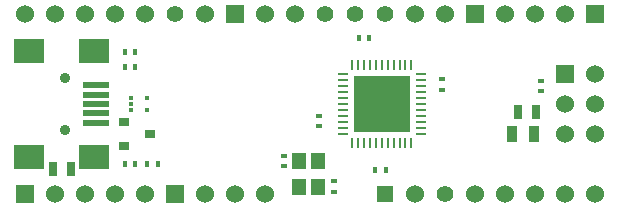
<source format=gts>
G04 (created by PCBNEW (2013-june-11)-stable) date Wed 19 Feb 2014 08:18:19 PM PST*
%MOIN*%
G04 Gerber Fmt 3.4, Leading zero omitted, Abs format*
%FSLAX34Y34*%
G01*
G70*
G90*
G04 APERTURE LIST*
%ADD10C,0.00590551*%
%ADD11R,0.055X0.055*%
%ADD12C,0.06*%
%ADD13C,0.055*%
%ADD14R,0.06X0.06*%
%ADD15R,0.035X0.055*%
%ADD16R,0.0354331X0.0314961*%
%ADD17R,0.0906X0.0197*%
%ADD18R,0.0984X0.0787*%
%ADD19C,0.0354*%
%ADD20R,0.0177X0.0118*%
%ADD21R,0.0452756X0.0551181*%
%ADD22R,0.025X0.045*%
%ADD23R,0.0157X0.0236*%
%ADD24R,0.0236X0.0157*%
%ADD25R,0.03543X0.01102*%
%ADD26R,0.01102X0.03543*%
%ADD27R,0.18503X0.18503*%
G04 APERTURE END LIST*
G54D10*
G54D11*
X72500Y-36500D03*
G54D12*
X73500Y-36500D03*
G54D13*
X74500Y-36500D03*
G54D12*
X75500Y-36500D03*
X76500Y-36500D03*
X77500Y-36500D03*
X78500Y-36500D03*
X79500Y-36500D03*
G54D14*
X65500Y-36500D03*
G54D12*
X66500Y-36500D03*
X67500Y-36500D03*
X68500Y-36500D03*
G54D14*
X60500Y-36500D03*
G54D12*
X61500Y-36500D03*
X62500Y-36500D03*
X63500Y-36500D03*
X64500Y-36500D03*
G54D14*
X79500Y-30500D03*
G54D12*
X78500Y-30500D03*
X77500Y-30500D03*
X76500Y-30500D03*
G54D14*
X75500Y-30500D03*
G54D12*
X74500Y-30500D03*
X73500Y-30500D03*
G54D13*
X72500Y-30500D03*
X71500Y-30500D03*
X70500Y-30500D03*
G54D12*
X69500Y-30500D03*
X68500Y-30500D03*
G54D14*
X67500Y-30500D03*
G54D12*
X66500Y-30500D03*
G54D13*
X65500Y-30500D03*
G54D12*
X64500Y-30500D03*
X63500Y-30500D03*
X62500Y-30500D03*
X61500Y-30500D03*
X60500Y-30500D03*
G54D15*
X77475Y-34500D03*
X76725Y-34500D03*
G54D16*
X63811Y-34106D03*
X63811Y-34893D03*
X64677Y-34500D03*
G54D17*
X62858Y-32870D03*
X62858Y-33185D03*
X62858Y-33500D03*
X62858Y-33815D03*
X62858Y-34130D03*
G54D18*
X62819Y-31748D03*
X60654Y-31748D03*
X62819Y-35252D03*
X60654Y-35252D03*
G54D19*
X61835Y-32634D03*
X61835Y-34366D03*
G54D14*
X78500Y-32500D03*
G54D12*
X79500Y-32500D03*
X78500Y-33500D03*
X79500Y-33500D03*
X78500Y-34500D03*
X79500Y-34500D03*
G54D20*
X64024Y-33303D03*
X64024Y-33697D03*
X64576Y-33303D03*
X64024Y-33500D03*
X64576Y-33697D03*
G54D21*
X70279Y-36250D03*
X70279Y-35383D03*
X69650Y-35383D03*
X69650Y-36250D03*
G54D22*
X77550Y-33750D03*
X76950Y-33750D03*
G54D23*
X63823Y-32250D03*
X64177Y-32250D03*
G54D24*
X77700Y-32723D03*
X77700Y-33077D03*
G54D23*
X64177Y-31750D03*
X63823Y-31750D03*
X63823Y-35500D03*
X64177Y-35500D03*
X64927Y-35500D03*
X64573Y-35500D03*
X72173Y-35700D03*
X72527Y-35700D03*
G54D24*
X74400Y-32673D03*
X74400Y-33027D03*
G54D23*
X71623Y-31300D03*
X71977Y-31300D03*
G54D24*
X70310Y-34247D03*
X70310Y-33893D03*
X69150Y-35577D03*
X69150Y-35223D03*
X70800Y-36073D03*
X70800Y-36427D03*
G54D25*
X73699Y-34484D03*
X73699Y-34287D03*
X73699Y-34090D03*
X73699Y-33893D03*
X73699Y-33696D03*
X73699Y-33500D03*
X73699Y-33303D03*
X73699Y-33106D03*
X73699Y-32909D03*
X73699Y-32712D03*
X73699Y-32515D03*
G54D26*
X73384Y-32200D03*
X73187Y-32200D03*
X72990Y-32200D03*
X72793Y-32200D03*
X72596Y-32200D03*
X72400Y-32200D03*
X72203Y-32200D03*
X72006Y-32200D03*
X71809Y-32200D03*
X71612Y-32200D03*
X71415Y-32200D03*
G54D25*
X71100Y-32515D03*
X71100Y-32712D03*
X71100Y-32909D03*
X71100Y-33106D03*
X71100Y-33303D03*
X71100Y-33500D03*
X71100Y-33696D03*
X71100Y-33893D03*
X71100Y-34090D03*
X71100Y-34287D03*
X71100Y-34484D03*
G54D26*
X71415Y-34799D03*
X71612Y-34799D03*
X71809Y-34799D03*
X72006Y-34799D03*
X72203Y-34799D03*
X72400Y-34799D03*
X72596Y-34799D03*
X72793Y-34799D03*
X72990Y-34799D03*
X73187Y-34799D03*
X73384Y-34799D03*
G54D27*
X72400Y-33500D03*
G54D22*
X61450Y-35675D03*
X62050Y-35675D03*
M02*

</source>
